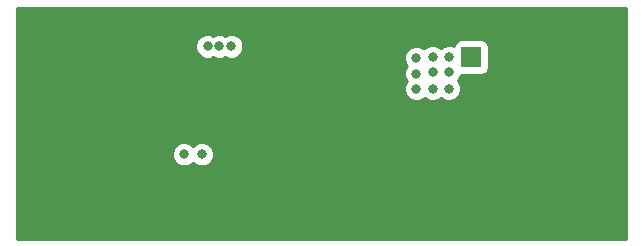
<source format=gbl>
G04 #@! TF.GenerationSoftware,KiCad,Pcbnew,(5.0.1)-4*
G04 #@! TF.CreationDate,2019-05-20T12:51:24-07:00*
G04 #@! TF.ProjectId,Tripler_circuit,547269706C65725F636972637569742E,rev?*
G04 #@! TF.SameCoordinates,Original*
G04 #@! TF.FileFunction,Copper,L4,Bot,Signal*
G04 #@! TF.FilePolarity,Positive*
%FSLAX46Y46*%
G04 Gerber Fmt 4.6, Leading zero omitted, Abs format (unit mm)*
G04 Created by KiCad (PCBNEW (5.0.1)-4) date 5/20/2019 12:51:24 PM*
%MOMM*%
%LPD*%
G01*
G04 APERTURE LIST*
G04 #@! TA.AperFunction,ViaPad*
%ADD10C,0.600000*%
G04 #@! TD*
G04 #@! TA.AperFunction,ComponentPad*
%ADD11C,0.600000*%
G04 #@! TD*
G04 #@! TA.AperFunction,ComponentPad*
%ADD12R,1.700000X1.700000*%
G04 #@! TD*
G04 #@! TA.AperFunction,ComponentPad*
%ADD13O,1.700000X1.700000*%
G04 #@! TD*
G04 #@! TA.AperFunction,ViaPad*
%ADD14C,0.800000*%
G04 #@! TD*
G04 #@! TA.AperFunction,ViaPad*
%ADD15C,0.350000*%
G04 #@! TD*
G04 #@! TA.AperFunction,Conductor*
%ADD16C,0.250000*%
G04 #@! TD*
G04 #@! TA.AperFunction,Conductor*
%ADD17C,0.254000*%
G04 #@! TD*
G04 APERTURE END LIST*
D10*
G04 #@! TO.N,GND*
G04 #@! TO.C,U1*
X126140000Y-90890000D03*
X127410000Y-90890000D03*
X128680000Y-90890000D03*
X128680000Y-92390000D03*
X127410000Y-92390000D03*
X126140000Y-92390000D03*
X124870000Y-92390000D03*
X123600000Y-92390000D03*
X123600000Y-93890000D03*
X124870000Y-93890000D03*
X126140000Y-93890000D03*
G04 #@! TD*
D11*
G04 #@! TO.P,U3,2*
G04 #@! TO.N,GND*
X134560000Y-96580000D03*
X135700000Y-96580000D03*
G04 #@! TO.P,U3,4*
X134560000Y-94180000D03*
X135700000Y-94180000D03*
G04 #@! TD*
G04 #@! TO.P,U5,4*
G04 #@! TO.N,GND*
X141420000Y-94170000D03*
X140280000Y-94170000D03*
G04 #@! TO.P,U5,2*
X141420000Y-96570000D03*
X140280000Y-96570000D03*
G04 #@! TD*
D12*
G04 #@! TO.P,J1,1*
G04 #@! TO.N,+5V*
X138684000Y-86360000D03*
D13*
G04 #@! TO.P,J1,2*
G04 #@! TO.N,GND*
X141224000Y-86360000D03*
G04 #@! TD*
D14*
G04 #@! TO.N,+5V*
X136800000Y-86375000D03*
X135400000Y-86375000D03*
X135400000Y-87650000D03*
X136800000Y-87650000D03*
X136775000Y-89050000D03*
X135425000Y-89050000D03*
X134025000Y-89050000D03*
X134025000Y-87750000D03*
X134025000Y-86425000D03*
X114350000Y-94575000D03*
X115850000Y-94575000D03*
X116350000Y-85450000D03*
X117350000Y-85450000D03*
X118350000Y-85450000D03*
G04 #@! TO.N,GND*
X147600000Y-93050000D03*
X150100000Y-95450000D03*
X147625000Y-97675000D03*
X123625000Y-97150000D03*
X126125000Y-87625000D03*
X102300000Y-89525000D03*
X104625000Y-87100000D03*
X104650000Y-91750000D03*
X141900000Y-88975000D03*
X143175000Y-89000000D03*
X144475000Y-89050000D03*
X144500000Y-87750000D03*
X143225000Y-87700000D03*
X143225000Y-86375000D03*
X144525000Y-86400000D03*
X111300000Y-87275000D03*
X114875000Y-87950000D03*
X116050000Y-87950000D03*
X127375000Y-87625000D03*
X128650000Y-87625000D03*
X130050000Y-87600000D03*
X124925000Y-97150000D03*
X130450000Y-88750000D03*
X130575000Y-90200000D03*
X130625000Y-91675000D03*
X126075000Y-97175000D03*
X127425000Y-97175000D03*
X128550000Y-97175000D03*
X102325000Y-85150000D03*
X103700000Y-85175000D03*
X105175000Y-85175000D03*
X106625000Y-85225000D03*
X108000000Y-85225000D03*
X102300000Y-93650000D03*
X103575000Y-93650000D03*
X104925000Y-93650000D03*
X106375000Y-93700000D03*
X107700000Y-93700000D03*
X108900000Y-93025000D03*
X143600000Y-92975000D03*
X143525000Y-91600000D03*
X144575000Y-91050000D03*
X145900000Y-91100000D03*
X147300000Y-91075000D03*
X148650000Y-91075000D03*
X150150000Y-91125000D03*
X151300000Y-91100000D03*
X149200000Y-99600000D03*
X144225000Y-99525000D03*
X148050000Y-99525000D03*
X146800000Y-99550000D03*
X150350000Y-99550000D03*
X145425000Y-99550000D03*
D15*
X108550000Y-88500000D03*
X109100000Y-88500000D03*
X109650000Y-88500000D03*
X110300000Y-88500000D03*
X112100000Y-88475000D03*
X112650000Y-88475000D03*
X113200000Y-88500000D03*
X113625000Y-88775000D03*
X108600000Y-90300000D03*
X109175000Y-90300000D03*
X109775000Y-90300000D03*
X110350000Y-90300000D03*
X110950000Y-90300000D03*
X111550000Y-90325000D03*
X112100000Y-90325000D03*
X112675000Y-90350000D03*
X113350000Y-90350000D03*
X113700000Y-90950000D03*
X114200000Y-91425000D03*
X116300000Y-90000000D03*
X116850000Y-90225000D03*
X117475000Y-90250000D03*
X118050000Y-90250000D03*
X118650000Y-90250000D03*
X119250000Y-90250000D03*
X119900000Y-90250000D03*
X120500000Y-90250000D03*
X121200000Y-90275000D03*
X121825000Y-90450000D03*
X122425000Y-90675000D03*
X120000000Y-88625000D03*
X119350000Y-88600000D03*
X118750000Y-88600000D03*
X118025000Y-88600000D03*
X121400000Y-88600000D03*
X122025000Y-88400000D03*
X122650000Y-88100000D03*
X123225000Y-88100000D03*
X123850000Y-88100000D03*
X124525000Y-88100000D03*
X129825000Y-96750000D03*
X130500000Y-96575000D03*
X131175000Y-96500000D03*
X131900000Y-96325000D03*
X132550000Y-96275000D03*
X133200000Y-96450000D03*
X133700000Y-96875000D03*
X133400000Y-94375000D03*
X132400000Y-94375000D03*
X131675000Y-94300000D03*
X130925000Y-94200000D03*
X130250000Y-94075000D03*
X129425000Y-93950000D03*
X136700000Y-94325000D03*
X137450000Y-94325000D03*
X138175000Y-94325000D03*
X138875000Y-94325000D03*
X139500000Y-94325000D03*
X136650000Y-96350000D03*
X137325000Y-96325000D03*
X138000000Y-96325000D03*
X138675000Y-96350000D03*
X139375000Y-96450000D03*
X142425000Y-94375000D03*
X143250000Y-94400000D03*
X144000000Y-94400000D03*
X142400000Y-96350000D03*
X143200000Y-96300000D03*
X144025000Y-96325000D03*
D14*
X111175000Y-92400000D03*
X111200000Y-95225000D03*
X109000000Y-95375000D03*
X120500000Y-97200000D03*
X120475000Y-94700000D03*
X120500000Y-92300000D03*
X118675000Y-92400000D03*
X118625000Y-94800000D03*
X118725000Y-97400000D03*
X116475000Y-97450000D03*
X116425000Y-100000000D03*
X118750000Y-100025000D03*
X120925000Y-100000000D03*
X123700000Y-100000000D03*
X126300000Y-100000000D03*
X129325000Y-100000000D03*
X132750000Y-100125000D03*
X136725000Y-100200000D03*
X138125000Y-97825000D03*
X140500000Y-100200000D03*
X132575000Y-92200000D03*
X135275000Y-91125000D03*
X138625000Y-91125000D03*
X140925000Y-91125000D03*
X150150000Y-88550000D03*
X150100000Y-84650000D03*
X147000000Y-84700000D03*
X146950000Y-87525000D03*
X143325000Y-83775000D03*
X140200000Y-83650000D03*
X137275000Y-83725000D03*
X134350000Y-83775000D03*
X131175000Y-83875000D03*
X128225000Y-83950000D03*
X124950000Y-83925000D03*
X121300000Y-83925000D03*
X121200000Y-86775000D03*
G04 #@! TD*
D16*
G04 #@! TO.N,GND*
X141890000Y-86360000D02*
X141900000Y-86350000D01*
X141925000Y-88950000D02*
X141900000Y-88975000D01*
X143175000Y-89000000D02*
X144425000Y-89000000D01*
X144425000Y-89000000D02*
X144475000Y-89050000D01*
X144500000Y-87750000D02*
X143275000Y-87750000D01*
X143275000Y-87750000D02*
X143225000Y-87700000D01*
X143225000Y-86375000D02*
X144500000Y-86375000D01*
X144500000Y-86375000D02*
X144525000Y-86400000D01*
X114875000Y-87950000D02*
X116050000Y-87950000D01*
X126125000Y-87625000D02*
X127375000Y-87625000D01*
X128650000Y-87625000D02*
X130025000Y-87625000D01*
X130025000Y-87625000D02*
X130050000Y-87600000D01*
X124925000Y-97150000D02*
X123625000Y-97150000D01*
X130450000Y-88750000D02*
X130450000Y-90075000D01*
X130450000Y-90075000D02*
X130575000Y-90200000D01*
X134480000Y-94100000D02*
X134560000Y-94180000D01*
X124925000Y-97150000D02*
X126050000Y-97150000D01*
X126050000Y-97150000D02*
X126075000Y-97175000D01*
X127425000Y-97175000D02*
X128550000Y-97175000D01*
X102325000Y-85150000D02*
X103675000Y-85150000D01*
X103675000Y-85150000D02*
X103700000Y-85175000D01*
X105175000Y-85175000D02*
X106575000Y-85175000D01*
X106575000Y-85175000D02*
X106625000Y-85225000D01*
X102300000Y-93650000D02*
X103575000Y-93650000D01*
X104925000Y-93650000D02*
X106325000Y-93650000D01*
X106325000Y-93650000D02*
X106375000Y-93700000D01*
X107700000Y-93700000D02*
X108225000Y-93700000D01*
X108225000Y-93700000D02*
X108900000Y-93025000D01*
X143600000Y-92975000D02*
X143600000Y-91675000D01*
X143600000Y-91675000D02*
X143525000Y-91600000D01*
X144575000Y-91050000D02*
X145850000Y-91050000D01*
X145850000Y-91050000D02*
X145900000Y-91100000D01*
X147300000Y-91075000D02*
X148650000Y-91075000D01*
X150150000Y-91125000D02*
X151275000Y-91125000D01*
X151275000Y-91125000D02*
X151300000Y-91100000D01*
X149125000Y-99525000D02*
X149200000Y-99600000D01*
X148050000Y-99525000D02*
X149125000Y-99525000D01*
X145425000Y-99550000D02*
X146800000Y-99550000D01*
X108550000Y-88500000D02*
X109100000Y-88500000D01*
X109650000Y-88500000D02*
X110300000Y-88500000D01*
X112100000Y-88475000D02*
X112650000Y-88475000D01*
X113200000Y-88500000D02*
X113350000Y-88500000D01*
X113350000Y-88500000D02*
X113625000Y-88775000D01*
X108600000Y-90300000D02*
X109175000Y-90300000D01*
X109775000Y-90300000D02*
X110350000Y-90300000D01*
X110950000Y-90300000D02*
X111525000Y-90300000D01*
X111525000Y-90300000D02*
X111550000Y-90325000D01*
X112100000Y-90325000D02*
X112650000Y-90325000D01*
X112650000Y-90325000D02*
X112675000Y-90350000D01*
X113350000Y-90350000D02*
X113350000Y-90600000D01*
X113350000Y-90600000D02*
X113700000Y-90950000D01*
X114175000Y-91425000D02*
X113700000Y-90950000D01*
X114200000Y-91425000D02*
X114175000Y-91425000D01*
X116300000Y-90000000D02*
X116625000Y-90000000D01*
X116625000Y-90000000D02*
X116850000Y-90225000D01*
X117475000Y-90250000D02*
X118050000Y-90250000D01*
X118650000Y-90250000D02*
X119250000Y-90250000D01*
X119900000Y-90250000D02*
X120500000Y-90250000D01*
X121200000Y-90275000D02*
X121650000Y-90275000D01*
X121650000Y-90275000D02*
X121825000Y-90450000D01*
X120000000Y-88625000D02*
X119375000Y-88625000D01*
X119375000Y-88625000D02*
X119350000Y-88600000D01*
X118750000Y-88600000D02*
X118025000Y-88600000D01*
X121400000Y-88600000D02*
X121825000Y-88600000D01*
X121825000Y-88600000D02*
X122025000Y-88400000D01*
X122650000Y-88100000D02*
X123225000Y-88100000D01*
X123850000Y-88100000D02*
X124525000Y-88100000D01*
X129825000Y-96750000D02*
X130325000Y-96750000D01*
X130325000Y-96750000D02*
X130500000Y-96575000D01*
X131175000Y-96500000D02*
X131725000Y-96500000D01*
X131725000Y-96500000D02*
X131900000Y-96325000D01*
X132550000Y-96275000D02*
X133025000Y-96275000D01*
X133025000Y-96275000D02*
X133200000Y-96450000D01*
X134265000Y-96875000D02*
X134560000Y-96580000D01*
X133700000Y-96875000D02*
X134265000Y-96875000D01*
X134560000Y-94180000D02*
X133595000Y-94180000D01*
X133595000Y-94180000D02*
X133400000Y-94375000D01*
X132400000Y-94375000D02*
X131750000Y-94375000D01*
X131750000Y-94375000D02*
X131675000Y-94300000D01*
X130925000Y-94200000D02*
X130375000Y-94200000D01*
X130375000Y-94200000D02*
X130250000Y-94075000D01*
X135700000Y-94180000D02*
X136555000Y-94180000D01*
X136555000Y-94180000D02*
X136700000Y-94325000D01*
X137450000Y-94325000D02*
X138175000Y-94325000D01*
X138875000Y-94325000D02*
X139500000Y-94325000D01*
X136650000Y-96350000D02*
X137300000Y-96350000D01*
X137300000Y-96350000D02*
X137325000Y-96325000D01*
X138000000Y-96325000D02*
X138650000Y-96325000D01*
X138650000Y-96325000D02*
X138675000Y-96350000D01*
X140160000Y-96450000D02*
X140280000Y-96570000D01*
X139375000Y-96450000D02*
X140160000Y-96450000D01*
X141420000Y-94170000D02*
X142220000Y-94170000D01*
X142220000Y-94170000D02*
X142425000Y-94375000D01*
X143250000Y-94400000D02*
X144000000Y-94400000D01*
X142400000Y-96350000D02*
X143150000Y-96350000D01*
X143150000Y-96350000D02*
X143200000Y-96300000D01*
X111175000Y-92400000D02*
X111175000Y-95200000D01*
X111175000Y-95200000D02*
X111200000Y-95225000D01*
X123625000Y-97150000D02*
X120550000Y-97150000D01*
X120550000Y-97150000D02*
X120500000Y-97200000D01*
X120475000Y-94700000D02*
X120475000Y-92325000D01*
X120475000Y-92325000D02*
X120500000Y-92300000D01*
X118675000Y-92400000D02*
X118675000Y-94750000D01*
X118675000Y-94750000D02*
X118625000Y-94800000D01*
X118725000Y-97400000D02*
X116525000Y-97400000D01*
X116525000Y-97400000D02*
X116475000Y-97450000D01*
X116425000Y-100000000D02*
X118725000Y-100000000D01*
X118725000Y-100000000D02*
X118750000Y-100025000D01*
X120925000Y-100000000D02*
X123700000Y-100000000D01*
X126300000Y-100000000D02*
X129325000Y-100000000D01*
X132750000Y-100125000D02*
X136650000Y-100125000D01*
X136650000Y-100125000D02*
X136725000Y-100200000D01*
X138125000Y-97825000D02*
X140500000Y-100200000D01*
X132575000Y-92200000D02*
X133650000Y-91125000D01*
X133650000Y-91125000D02*
X135275000Y-91125000D01*
X138625000Y-91125000D02*
X140925000Y-91125000D01*
X150150000Y-88550000D02*
X150150000Y-84700000D01*
X150150000Y-84700000D02*
X150100000Y-84650000D01*
X143325000Y-83775000D02*
X140325000Y-83775000D01*
X140325000Y-83775000D02*
X140200000Y-83650000D01*
X137275000Y-83725000D02*
X134400000Y-83725000D01*
X134400000Y-83725000D02*
X134350000Y-83775000D01*
X131175000Y-83875000D02*
X128300000Y-83875000D01*
X128300000Y-83875000D02*
X128225000Y-83950000D01*
X124950000Y-83925000D02*
X121300000Y-83925000D01*
G04 #@! TD*
D17*
G04 #@! TO.N,GND*
G36*
X151765000Y-101727000D02*
X100203000Y-101727000D01*
X100203000Y-94369126D01*
X113315000Y-94369126D01*
X113315000Y-94780874D01*
X113472569Y-95161280D01*
X113763720Y-95452431D01*
X114144126Y-95610000D01*
X114555874Y-95610000D01*
X114936280Y-95452431D01*
X115100000Y-95288711D01*
X115263720Y-95452431D01*
X115644126Y-95610000D01*
X116055874Y-95610000D01*
X116436280Y-95452431D01*
X116727431Y-95161280D01*
X116885000Y-94780874D01*
X116885000Y-94369126D01*
X116727431Y-93988720D01*
X116436280Y-93697569D01*
X116055874Y-93540000D01*
X115644126Y-93540000D01*
X115263720Y-93697569D01*
X115100000Y-93861289D01*
X114936280Y-93697569D01*
X114555874Y-93540000D01*
X114144126Y-93540000D01*
X113763720Y-93697569D01*
X113472569Y-93988720D01*
X113315000Y-94369126D01*
X100203000Y-94369126D01*
X100203000Y-85244126D01*
X115315000Y-85244126D01*
X115315000Y-85655874D01*
X115472569Y-86036280D01*
X115763720Y-86327431D01*
X116144126Y-86485000D01*
X116555874Y-86485000D01*
X116850000Y-86363169D01*
X117144126Y-86485000D01*
X117555874Y-86485000D01*
X117850000Y-86363169D01*
X118144126Y-86485000D01*
X118555874Y-86485000D01*
X118936280Y-86327431D01*
X119044585Y-86219126D01*
X132990000Y-86219126D01*
X132990000Y-86630874D01*
X133147569Y-87011280D01*
X133223789Y-87087500D01*
X133147569Y-87163720D01*
X132990000Y-87544126D01*
X132990000Y-87955874D01*
X133147569Y-88336280D01*
X133211289Y-88400000D01*
X133147569Y-88463720D01*
X132990000Y-88844126D01*
X132990000Y-89255874D01*
X133147569Y-89636280D01*
X133438720Y-89927431D01*
X133819126Y-90085000D01*
X134230874Y-90085000D01*
X134611280Y-89927431D01*
X134725000Y-89813711D01*
X134838720Y-89927431D01*
X135219126Y-90085000D01*
X135630874Y-90085000D01*
X136011280Y-89927431D01*
X136100000Y-89838711D01*
X136188720Y-89927431D01*
X136569126Y-90085000D01*
X136980874Y-90085000D01*
X137361280Y-89927431D01*
X137652431Y-89636280D01*
X137810000Y-89255874D01*
X137810000Y-88844126D01*
X137652431Y-88463720D01*
X137551211Y-88362500D01*
X137677431Y-88236280D01*
X137834351Y-87857440D01*
X139534000Y-87857440D01*
X139781765Y-87808157D01*
X139991809Y-87667809D01*
X140132157Y-87457765D01*
X140181440Y-87210000D01*
X140181440Y-85510000D01*
X140132157Y-85262235D01*
X139991809Y-85052191D01*
X139781765Y-84911843D01*
X139534000Y-84862560D01*
X137834000Y-84862560D01*
X137586235Y-84911843D01*
X137376191Y-85052191D01*
X137235843Y-85262235D01*
X137204047Y-85422086D01*
X137005874Y-85340000D01*
X136594126Y-85340000D01*
X136213720Y-85497569D01*
X136100000Y-85611289D01*
X135986280Y-85497569D01*
X135605874Y-85340000D01*
X135194126Y-85340000D01*
X134813720Y-85497569D01*
X134687500Y-85623789D01*
X134611280Y-85547569D01*
X134230874Y-85390000D01*
X133819126Y-85390000D01*
X133438720Y-85547569D01*
X133147569Y-85838720D01*
X132990000Y-86219126D01*
X119044585Y-86219126D01*
X119227431Y-86036280D01*
X119385000Y-85655874D01*
X119385000Y-85244126D01*
X119227431Y-84863720D01*
X118936280Y-84572569D01*
X118555874Y-84415000D01*
X118144126Y-84415000D01*
X117850000Y-84536831D01*
X117555874Y-84415000D01*
X117144126Y-84415000D01*
X116850000Y-84536831D01*
X116555874Y-84415000D01*
X116144126Y-84415000D01*
X115763720Y-84572569D01*
X115472569Y-84863720D01*
X115315000Y-85244126D01*
X100203000Y-85244126D01*
X100203000Y-82169000D01*
X151765000Y-82169000D01*
X151765000Y-101727000D01*
X151765000Y-101727000D01*
G37*
X151765000Y-101727000D02*
X100203000Y-101727000D01*
X100203000Y-94369126D01*
X113315000Y-94369126D01*
X113315000Y-94780874D01*
X113472569Y-95161280D01*
X113763720Y-95452431D01*
X114144126Y-95610000D01*
X114555874Y-95610000D01*
X114936280Y-95452431D01*
X115100000Y-95288711D01*
X115263720Y-95452431D01*
X115644126Y-95610000D01*
X116055874Y-95610000D01*
X116436280Y-95452431D01*
X116727431Y-95161280D01*
X116885000Y-94780874D01*
X116885000Y-94369126D01*
X116727431Y-93988720D01*
X116436280Y-93697569D01*
X116055874Y-93540000D01*
X115644126Y-93540000D01*
X115263720Y-93697569D01*
X115100000Y-93861289D01*
X114936280Y-93697569D01*
X114555874Y-93540000D01*
X114144126Y-93540000D01*
X113763720Y-93697569D01*
X113472569Y-93988720D01*
X113315000Y-94369126D01*
X100203000Y-94369126D01*
X100203000Y-85244126D01*
X115315000Y-85244126D01*
X115315000Y-85655874D01*
X115472569Y-86036280D01*
X115763720Y-86327431D01*
X116144126Y-86485000D01*
X116555874Y-86485000D01*
X116850000Y-86363169D01*
X117144126Y-86485000D01*
X117555874Y-86485000D01*
X117850000Y-86363169D01*
X118144126Y-86485000D01*
X118555874Y-86485000D01*
X118936280Y-86327431D01*
X119044585Y-86219126D01*
X132990000Y-86219126D01*
X132990000Y-86630874D01*
X133147569Y-87011280D01*
X133223789Y-87087500D01*
X133147569Y-87163720D01*
X132990000Y-87544126D01*
X132990000Y-87955874D01*
X133147569Y-88336280D01*
X133211289Y-88400000D01*
X133147569Y-88463720D01*
X132990000Y-88844126D01*
X132990000Y-89255874D01*
X133147569Y-89636280D01*
X133438720Y-89927431D01*
X133819126Y-90085000D01*
X134230874Y-90085000D01*
X134611280Y-89927431D01*
X134725000Y-89813711D01*
X134838720Y-89927431D01*
X135219126Y-90085000D01*
X135630874Y-90085000D01*
X136011280Y-89927431D01*
X136100000Y-89838711D01*
X136188720Y-89927431D01*
X136569126Y-90085000D01*
X136980874Y-90085000D01*
X137361280Y-89927431D01*
X137652431Y-89636280D01*
X137810000Y-89255874D01*
X137810000Y-88844126D01*
X137652431Y-88463720D01*
X137551211Y-88362500D01*
X137677431Y-88236280D01*
X137834351Y-87857440D01*
X139534000Y-87857440D01*
X139781765Y-87808157D01*
X139991809Y-87667809D01*
X140132157Y-87457765D01*
X140181440Y-87210000D01*
X140181440Y-85510000D01*
X140132157Y-85262235D01*
X139991809Y-85052191D01*
X139781765Y-84911843D01*
X139534000Y-84862560D01*
X137834000Y-84862560D01*
X137586235Y-84911843D01*
X137376191Y-85052191D01*
X137235843Y-85262235D01*
X137204047Y-85422086D01*
X137005874Y-85340000D01*
X136594126Y-85340000D01*
X136213720Y-85497569D01*
X136100000Y-85611289D01*
X135986280Y-85497569D01*
X135605874Y-85340000D01*
X135194126Y-85340000D01*
X134813720Y-85497569D01*
X134687500Y-85623789D01*
X134611280Y-85547569D01*
X134230874Y-85390000D01*
X133819126Y-85390000D01*
X133438720Y-85547569D01*
X133147569Y-85838720D01*
X132990000Y-86219126D01*
X119044585Y-86219126D01*
X119227431Y-86036280D01*
X119385000Y-85655874D01*
X119385000Y-85244126D01*
X119227431Y-84863720D01*
X118936280Y-84572569D01*
X118555874Y-84415000D01*
X118144126Y-84415000D01*
X117850000Y-84536831D01*
X117555874Y-84415000D01*
X117144126Y-84415000D01*
X116850000Y-84536831D01*
X116555874Y-84415000D01*
X116144126Y-84415000D01*
X115763720Y-84572569D01*
X115472569Y-84863720D01*
X115315000Y-85244126D01*
X100203000Y-85244126D01*
X100203000Y-82169000D01*
X151765000Y-82169000D01*
X151765000Y-101727000D01*
G04 #@! TD*
M02*

</source>
